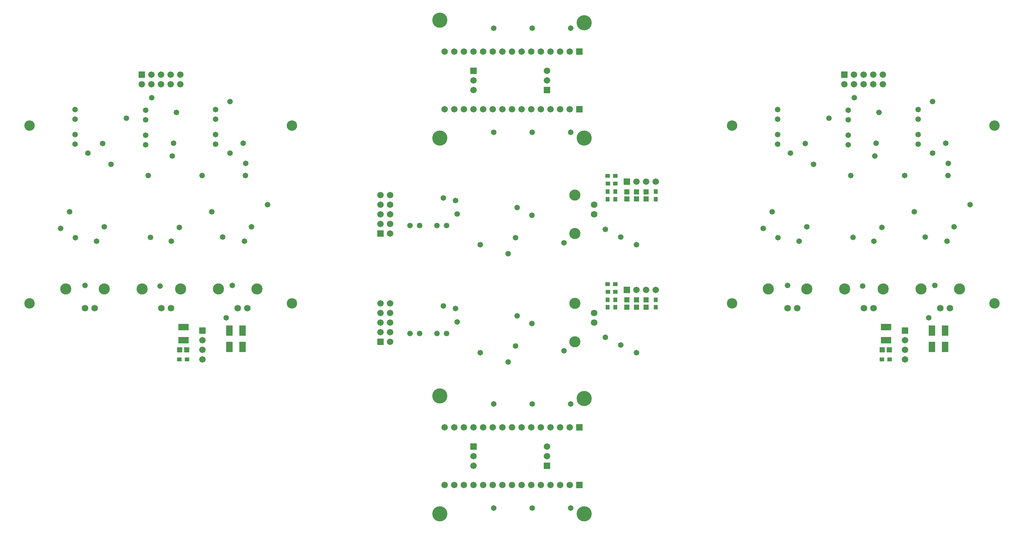
<source format=gbs>
%FSLAX25Y25*%
%MOIN*%
G70*
G01*
G75*
G04 Layer_Color=16711935*
%ADD10R,0.12992X0.05118*%
%ADD11R,0.12992X0.01969*%
%ADD12R,0.01969X0.01575*%
%ADD13R,0.03543X0.04331*%
%ADD14R,0.04331X0.03543*%
%ADD15C,0.01000*%
%ADD16R,0.03937X0.03543*%
%ADD17R,0.01614X0.04016*%
%ADD18R,0.04921X0.05512*%
%ADD19R,0.04724X0.05512*%
%ADD20R,0.05512X0.04724*%
%ADD21O,0.08661X0.02362*%
%ADD22R,0.03543X0.03937*%
%ADD23R,0.04016X0.01614*%
%ADD24R,0.05512X0.04724*%
%ADD25R,0.05512X0.04921*%
%ADD26O,0.02362X0.08661*%
%ADD27R,0.05906X0.05906*%
%ADD28C,0.05906*%
%ADD29R,0.05906X0.05906*%
%ADD30C,0.05000*%
%ADD31C,0.14950*%
%ADD32C,0.10000*%
%ADD33C,0.06000*%
%ADD34C,0.10787*%
%ADD35R,0.04724X0.04724*%
%ADD36R,0.10000X0.05984*%
%ADD37R,0.05984X0.10000*%
%ADD38R,0.04724X0.04724*%
%ADD39C,0.00787*%
%ADD40C,0.00800*%
%ADD41C,0.00700*%
%ADD42C,0.00984*%
%ADD43C,0.02362*%
%ADD44C,0.02000*%
%ADD45C,0.01500*%
%ADD46C,0.01200*%
%ADD47R,0.13792X0.05918*%
%ADD48R,0.13792X0.02769*%
%ADD49R,0.02769X0.02375*%
%ADD50R,0.04343X0.05131*%
%ADD51R,0.05131X0.04343*%
%ADD52R,0.04737X0.04343*%
%ADD53R,0.02414X0.04816*%
%ADD54R,0.05721X0.06312*%
%ADD55R,0.05524X0.06312*%
%ADD56R,0.06312X0.05524*%
%ADD57O,0.09461X0.03162*%
%ADD58R,0.04343X0.04737*%
%ADD59R,0.04816X0.02414*%
%ADD60R,0.06312X0.05524*%
%ADD61R,0.06312X0.05721*%
%ADD62O,0.03162X0.09461*%
%ADD63R,0.06706X0.06706*%
%ADD64C,0.06706*%
%ADD65R,0.06706X0.06706*%
%ADD66C,0.05800*%
%ADD67C,0.15750*%
%ADD68C,0.10800*%
%ADD69C,0.06800*%
%ADD70C,0.11587*%
%ADD71R,0.05524X0.05524*%
%ADD72R,0.10800X0.06784*%
%ADD73R,0.06784X0.10800*%
%ADD74R,0.05524X0.05524*%
D50*
X662500Y239177D02*
D03*
Y231303D02*
D03*
X704500D02*
D03*
Y239177D02*
D03*
X654500Y231303D02*
D03*
Y239177D02*
D03*
X662500Y351677D02*
D03*
Y343803D02*
D03*
X704500D02*
D03*
Y351677D02*
D03*
X654500Y343803D02*
D03*
Y351677D02*
D03*
D51*
X209403Y177000D02*
D03*
X217277D02*
D03*
X939403D02*
D03*
X947277D02*
D03*
X662500Y247500D02*
D03*
X654626D02*
D03*
X654500Y255500D02*
D03*
X662374D02*
D03*
X662500Y360000D02*
D03*
X654626D02*
D03*
X654500Y368000D02*
D03*
X662374D02*
D03*
D63*
X625000Y46500D02*
D03*
Y106500D02*
D03*
Y437500D02*
D03*
Y497500D02*
D03*
X170500Y473500D02*
D03*
X900500D02*
D03*
X674500Y249500D02*
D03*
Y362000D02*
D03*
D64*
X615000Y46500D02*
D03*
X605000D02*
D03*
X595000D02*
D03*
X585000D02*
D03*
X575000D02*
D03*
X565000D02*
D03*
X555000D02*
D03*
X545000D02*
D03*
X535000D02*
D03*
X525000D02*
D03*
X515000D02*
D03*
X505000D02*
D03*
X495000D02*
D03*
X485000D02*
D03*
X615000Y106500D02*
D03*
X605000D02*
D03*
X595000D02*
D03*
X585000D02*
D03*
X575000D02*
D03*
X565000D02*
D03*
X555000D02*
D03*
X545000D02*
D03*
X535000D02*
D03*
X525000D02*
D03*
X515000D02*
D03*
X505000D02*
D03*
X495000D02*
D03*
X485000D02*
D03*
X591500Y86500D02*
D03*
Y76500D02*
D03*
X515000Y66500D02*
D03*
Y76500D02*
D03*
X615000Y437500D02*
D03*
X605000D02*
D03*
X595000D02*
D03*
X585000D02*
D03*
X575000D02*
D03*
X565000D02*
D03*
X555000D02*
D03*
X545000D02*
D03*
X535000D02*
D03*
X525000D02*
D03*
X515000D02*
D03*
X505000D02*
D03*
X495000D02*
D03*
X485000D02*
D03*
X615000Y497500D02*
D03*
X605000D02*
D03*
X595000D02*
D03*
X585000D02*
D03*
X575000D02*
D03*
X565000D02*
D03*
X555000D02*
D03*
X545000D02*
D03*
X535000D02*
D03*
X525000D02*
D03*
X515000D02*
D03*
X505000D02*
D03*
X495000D02*
D03*
X485000D02*
D03*
X591500Y477500D02*
D03*
Y467500D02*
D03*
X515000Y457500D02*
D03*
Y467500D02*
D03*
X233500Y177000D02*
D03*
Y187000D02*
D03*
Y197000D02*
D03*
X210500Y463500D02*
D03*
Y473500D02*
D03*
X200500Y463500D02*
D03*
Y473500D02*
D03*
X190500Y463500D02*
D03*
Y473500D02*
D03*
X180500Y463500D02*
D03*
Y473500D02*
D03*
X170500Y463500D02*
D03*
X963500Y177000D02*
D03*
Y187000D02*
D03*
Y197000D02*
D03*
X940500Y463500D02*
D03*
Y473500D02*
D03*
X930500Y463500D02*
D03*
Y473500D02*
D03*
X920500Y463500D02*
D03*
Y473500D02*
D03*
X910500Y463500D02*
D03*
Y473500D02*
D03*
X900500Y463500D02*
D03*
X704500Y249500D02*
D03*
X694500D02*
D03*
X684500D02*
D03*
X428500Y235500D02*
D03*
X418500D02*
D03*
X428500Y225500D02*
D03*
X418500D02*
D03*
X428500Y215500D02*
D03*
X418500D02*
D03*
X428500Y205500D02*
D03*
X418500D02*
D03*
X428500Y195500D02*
D03*
X704500Y362000D02*
D03*
X694500D02*
D03*
X684500D02*
D03*
X428500Y348000D02*
D03*
X418500D02*
D03*
X428500Y338000D02*
D03*
X418500D02*
D03*
X428500Y328000D02*
D03*
X418500D02*
D03*
X428500Y318000D02*
D03*
X418500D02*
D03*
X428500Y308000D02*
D03*
D65*
X591500Y66500D02*
D03*
X515000Y86500D02*
D03*
X591500Y457500D02*
D03*
X515000Y477500D02*
D03*
X233500Y207000D02*
D03*
X963500D02*
D03*
X418500Y195500D02*
D03*
Y308000D02*
D03*
D66*
X535874Y22374D02*
D03*
X576026D02*
D03*
X616026D02*
D03*
X576074Y130626D02*
D03*
X615974D02*
D03*
X535974D02*
D03*
X535874Y413374D02*
D03*
X576026D02*
D03*
X616026D02*
D03*
X576074Y521626D02*
D03*
X615974D02*
D03*
X535974D02*
D03*
X180547Y449547D02*
D03*
X264500Y254000D02*
D03*
X284500Y315000D02*
D03*
X189500Y253500D02*
D03*
X209500Y314500D02*
D03*
X111500Y254000D02*
D03*
X131400Y314900D02*
D03*
X114400Y391600D02*
D03*
X261900D02*
D03*
X243100Y330600D02*
D03*
X275677Y402177D02*
D03*
X247000Y401000D02*
D03*
Y411000D02*
D03*
Y427000D02*
D03*
Y437000D02*
D03*
X174500Y400500D02*
D03*
Y410500D02*
D03*
Y426500D02*
D03*
Y436500D02*
D03*
X203500Y402000D02*
D03*
X101000Y401000D02*
D03*
Y411000D02*
D03*
Y427000D02*
D03*
Y437000D02*
D03*
X129677Y401823D02*
D03*
X254500Y304500D02*
D03*
X179500Y304000D02*
D03*
X101200Y303800D02*
D03*
X138500Y380000D02*
D03*
X201908Y388592D02*
D03*
X233000Y368500D02*
D03*
X177000D02*
D03*
X95400Y330600D02*
D03*
X278500Y381000D02*
D03*
X278000Y368500D02*
D03*
X301000Y338000D02*
D03*
X154500Y428000D02*
D03*
X262000Y445500D02*
D03*
X123457Y299957D02*
D03*
X86000Y313500D02*
D03*
X258000Y220500D02*
D03*
X201000Y300000D02*
D03*
X206500Y434000D02*
D03*
X276957Y299957D02*
D03*
X910547Y449547D02*
D03*
X994500Y254000D02*
D03*
X1014500Y315000D02*
D03*
X919500Y253500D02*
D03*
X939500Y314500D02*
D03*
X841500Y254000D02*
D03*
X861400Y314900D02*
D03*
X844400Y391600D02*
D03*
X991900D02*
D03*
X973100Y330600D02*
D03*
X1005677Y402177D02*
D03*
X977000Y401000D02*
D03*
Y411000D02*
D03*
Y427000D02*
D03*
Y437000D02*
D03*
X904500Y400500D02*
D03*
Y410500D02*
D03*
Y426500D02*
D03*
Y436500D02*
D03*
X933500Y402000D02*
D03*
X831000Y401000D02*
D03*
Y411000D02*
D03*
Y427000D02*
D03*
Y437000D02*
D03*
X859677Y401823D02*
D03*
X984500Y304500D02*
D03*
X909500Y304000D02*
D03*
X831200Y303800D02*
D03*
X868500Y380000D02*
D03*
X931908Y388592D02*
D03*
X963000Y368500D02*
D03*
X907000D02*
D03*
X825400Y330600D02*
D03*
X1008500Y381000D02*
D03*
X1008000Y368500D02*
D03*
X1031000Y338000D02*
D03*
X884500Y428000D02*
D03*
X992000Y445500D02*
D03*
X853457Y299957D02*
D03*
X816000Y313500D02*
D03*
X988000Y220500D02*
D03*
X931000Y300000D02*
D03*
X936500Y434000D02*
D03*
X1006957Y299957D02*
D03*
X449000Y204000D02*
D03*
X459000D02*
D03*
X477000D02*
D03*
X487000D02*
D03*
X483823Y232677D02*
D03*
X522000Y184000D02*
D03*
X498000Y216000D02*
D03*
X496408Y229908D02*
D03*
X560500Y222500D02*
D03*
X558606Y191106D02*
D03*
X609043Y185957D02*
D03*
X667945Y191945D02*
D03*
X651945Y199945D02*
D03*
X684445Y183945D02*
D03*
X575543Y214543D02*
D03*
X551000Y174500D02*
D03*
X449000Y316500D02*
D03*
X459000D02*
D03*
X477000D02*
D03*
X487000D02*
D03*
X483823Y345177D02*
D03*
X522000Y296500D02*
D03*
X498000Y328500D02*
D03*
X496408Y342408D02*
D03*
X560500Y335000D02*
D03*
X558606Y303606D02*
D03*
X609043Y298457D02*
D03*
X667945Y304445D02*
D03*
X651945Y312445D02*
D03*
X684445Y296445D02*
D03*
X575543Y327043D02*
D03*
X551000Y287000D02*
D03*
D67*
X480000Y16500D02*
D03*
Y139020D02*
D03*
X630000Y136500D02*
D03*
Y16500D02*
D03*
X480000Y407500D02*
D03*
Y530020D02*
D03*
X630000Y527500D02*
D03*
Y407500D02*
D03*
D68*
X326250Y420500D02*
D03*
Y235500D02*
D03*
X53750D02*
D03*
Y420500D02*
D03*
X1056250D02*
D03*
Y235500D02*
D03*
X783750D02*
D03*
Y420500D02*
D03*
D69*
X270000Y230300D02*
D03*
X280000D02*
D03*
X190700D02*
D03*
X200700D02*
D03*
X111400D02*
D03*
X121400D02*
D03*
X1000000D02*
D03*
X1010000D02*
D03*
X920700D02*
D03*
X930700D02*
D03*
X841400D02*
D03*
X851400D02*
D03*
X640500Y225500D02*
D03*
Y215500D02*
D03*
Y338000D02*
D03*
Y328000D02*
D03*
D70*
X250000Y250300D02*
D03*
X290000D02*
D03*
X170700D02*
D03*
X210700D02*
D03*
X91400D02*
D03*
X131400D02*
D03*
X980000D02*
D03*
X1020000D02*
D03*
X900700D02*
D03*
X940700D02*
D03*
X821400D02*
D03*
X861400D02*
D03*
X620500Y235500D02*
D03*
Y195500D02*
D03*
Y348000D02*
D03*
Y308000D02*
D03*
D71*
X209600Y187100D02*
D03*
X217080D02*
D03*
X939600D02*
D03*
X947080D02*
D03*
D72*
X213600Y197100D02*
D03*
Y210604D02*
D03*
X943600Y197100D02*
D03*
Y210604D02*
D03*
D73*
X261500Y207000D02*
D03*
X275004D02*
D03*
X261500Y190000D02*
D03*
X275004D02*
D03*
X991500Y207000D02*
D03*
X1005004D02*
D03*
X991500Y190000D02*
D03*
X1005004D02*
D03*
D74*
X684500Y231500D02*
D03*
Y238980D02*
D03*
X674500D02*
D03*
Y231500D02*
D03*
X694500Y238980D02*
D03*
Y231500D02*
D03*
X684500Y344000D02*
D03*
Y351480D02*
D03*
X674500D02*
D03*
Y344000D02*
D03*
X694500Y351480D02*
D03*
Y344000D02*
D03*
M02*

</source>
